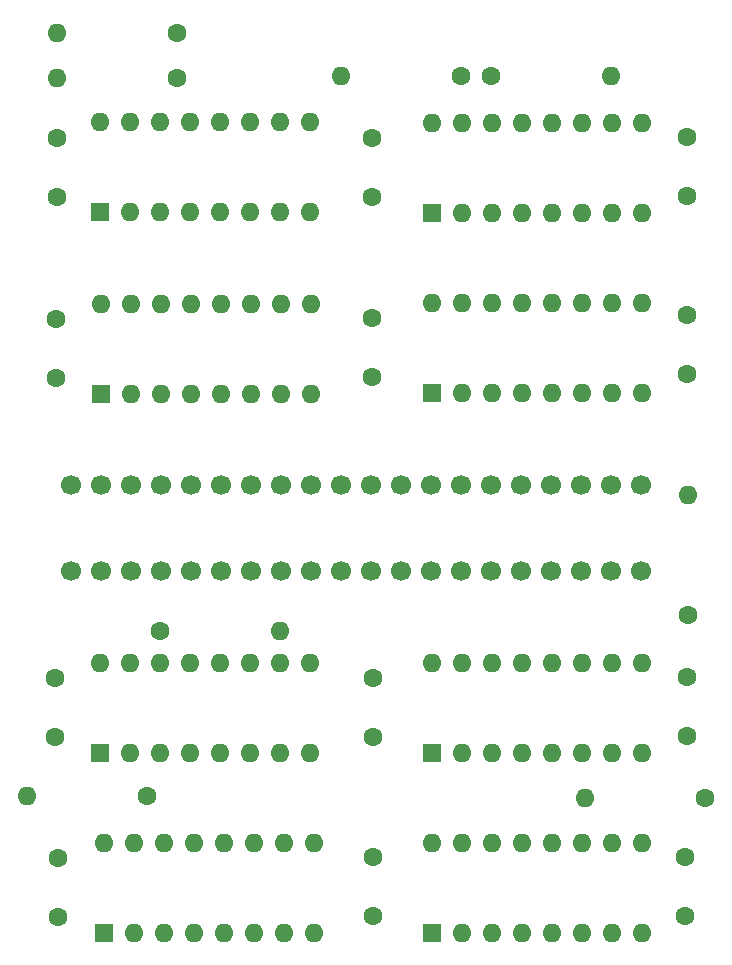
<source format=gbr>
%TF.GenerationSoftware,KiCad,Pcbnew,7.0.7*%
%TF.CreationDate,2023-11-11T16:10:04+00:00*%
%TF.ProjectId,Lynx-MK1-MEM,4c796e78-2d4d-44b3-912d-4d454d2e6b69,rev?*%
%TF.SameCoordinates,Original*%
%TF.FileFunction,Soldermask,Bot*%
%TF.FilePolarity,Negative*%
%FSLAX46Y46*%
G04 Gerber Fmt 4.6, Leading zero omitted, Abs format (unit mm)*
G04 Created by KiCad (PCBNEW 7.0.7) date 2023-11-11 16:10:04*
%MOMM*%
%LPD*%
G01*
G04 APERTURE LIST*
%ADD10R,1.600000X1.600000*%
%ADD11O,1.600000X1.600000*%
%ADD12C,1.600000*%
%ADD13C,1.700000*%
G04 APERTURE END LIST*
D10*
%TO.C,IC1*%
X83560000Y-78580000D03*
D11*
X86100000Y-78580000D03*
X88640000Y-78580000D03*
X91180000Y-78580000D03*
X93720000Y-78580000D03*
X96260000Y-78580000D03*
X98800000Y-78580000D03*
X101340000Y-78580000D03*
X101340000Y-70960000D03*
X98800000Y-70960000D03*
X96260000Y-70960000D03*
X93720000Y-70960000D03*
X91180000Y-70960000D03*
X88640000Y-70960000D03*
X86100000Y-70960000D03*
X83560000Y-70960000D03*
%TD*%
D12*
%TO.C,C6*%
X106680000Y-123023000D03*
X106680000Y-118023000D03*
%TD*%
D13*
%TO.C,PL4*%
X81090000Y-108950000D03*
X81090000Y-101650000D03*
X83630000Y-108950000D03*
X83630000Y-101650000D03*
X86170000Y-108950000D03*
X86170000Y-101650000D03*
X88710000Y-108950000D03*
X88710000Y-101650000D03*
X91250000Y-108950000D03*
X91250000Y-101650000D03*
X93790000Y-108950000D03*
X93790000Y-101650000D03*
X96330000Y-108950000D03*
X96330000Y-101650000D03*
X98870000Y-108950000D03*
X98870000Y-101650000D03*
X101410000Y-108950000D03*
X101410000Y-101650000D03*
X103950000Y-108950000D03*
X103950000Y-101650000D03*
X106490000Y-108950000D03*
X106490000Y-101650000D03*
X109030000Y-108950000D03*
X109030000Y-101650000D03*
X111570000Y-108950000D03*
X111570000Y-101650000D03*
X114110000Y-108950000D03*
X114110000Y-101650000D03*
X116650000Y-108950000D03*
X116650000Y-101650000D03*
X119190000Y-108950000D03*
X119190000Y-101650000D03*
X121730000Y-108950000D03*
X121730000Y-101650000D03*
X124270000Y-108950000D03*
X124270000Y-101650000D03*
X126810000Y-108950000D03*
X126810000Y-101650000D03*
X129350000Y-108950000D03*
X129350000Y-101650000D03*
%TD*%
D12*
%TO.C,C7*%
X106553000Y-92543000D03*
X106553000Y-87543000D03*
%TD*%
%TO.C,C1*%
X80010000Y-138263000D03*
X80010000Y-133263000D03*
%TD*%
D10*
%TO.C,IC2*%
X111668425Y-78613000D03*
D11*
X114208425Y-78613000D03*
X116748425Y-78613000D03*
X119288425Y-78613000D03*
X121828425Y-78613000D03*
X124368425Y-78613000D03*
X126908425Y-78613000D03*
X129448425Y-78613000D03*
X129448425Y-70993000D03*
X126908425Y-70993000D03*
X124368425Y-70993000D03*
X121828425Y-70993000D03*
X119288425Y-70993000D03*
X116748425Y-70993000D03*
X114208425Y-70993000D03*
X111668425Y-70993000D03*
%TD*%
D12*
%TO.C,R6*%
X88650000Y-114050000D03*
D11*
X98810000Y-114050000D03*
%TD*%
D12*
%TO.C,C9*%
X133096000Y-133136000D03*
X133096000Y-138136000D03*
%TD*%
%TO.C,R8*%
X134767000Y-128143000D03*
D11*
X124607000Y-128143000D03*
%TD*%
D12*
%TO.C,C11*%
X133223000Y-87289000D03*
X133223000Y-92289000D03*
%TD*%
D10*
%TO.C,IC5*%
X83566000Y-124333000D03*
D11*
X86106000Y-124333000D03*
X88646000Y-124333000D03*
X91186000Y-124333000D03*
X93726000Y-124333000D03*
X96266000Y-124333000D03*
X98806000Y-124333000D03*
X101346000Y-124333000D03*
X101346000Y-116713000D03*
X98806000Y-116713000D03*
X96266000Y-116713000D03*
X93726000Y-116713000D03*
X91186000Y-116713000D03*
X88646000Y-116713000D03*
X86106000Y-116713000D03*
X83566000Y-116713000D03*
%TD*%
D12*
%TO.C,C8*%
X106553000Y-77303000D03*
X106553000Y-72303000D03*
%TD*%
%TO.C,R1*%
X90063000Y-63373000D03*
D11*
X79903000Y-63373000D03*
%TD*%
D12*
%TO.C,C12*%
X133223000Y-72176000D03*
X133223000Y-77176000D03*
%TD*%
%TO.C,C4*%
X79883000Y-77303000D03*
X79883000Y-72303000D03*
%TD*%
D10*
%TO.C,IC3*%
X83667600Y-93929200D03*
D11*
X86207600Y-93929200D03*
X88747600Y-93929200D03*
X91287600Y-93929200D03*
X93827600Y-93929200D03*
X96367600Y-93929200D03*
X98907600Y-93929200D03*
X101447600Y-93929200D03*
X101447600Y-86309200D03*
X98907600Y-86309200D03*
X96367600Y-86309200D03*
X93827600Y-86309200D03*
X91287600Y-86309200D03*
X88747600Y-86309200D03*
X86207600Y-86309200D03*
X83667600Y-86309200D03*
%TD*%
D12*
%TO.C,C3*%
X79790000Y-92590000D03*
X79790000Y-87590000D03*
%TD*%
%TO.C,C5*%
X106680000Y-138136000D03*
X106680000Y-133136000D03*
%TD*%
D10*
%TO.C,IC7*%
X83855425Y-139563000D03*
D11*
X86395425Y-139563000D03*
X88935425Y-139563000D03*
X91475425Y-139563000D03*
X94015425Y-139563000D03*
X96555425Y-139563000D03*
X99095425Y-139563000D03*
X101635425Y-139563000D03*
X101635425Y-131943000D03*
X99095425Y-131943000D03*
X96555425Y-131943000D03*
X94015425Y-131943000D03*
X91475425Y-131943000D03*
X88935425Y-131943000D03*
X86395425Y-131943000D03*
X83855425Y-131943000D03*
%TD*%
D10*
%TO.C,IC6*%
X111633000Y-124323000D03*
D11*
X114173000Y-124323000D03*
X116713000Y-124323000D03*
X119253000Y-124323000D03*
X121793000Y-124323000D03*
X124333000Y-124323000D03*
X126873000Y-124323000D03*
X129413000Y-124323000D03*
X129413000Y-116703000D03*
X126873000Y-116703000D03*
X124333000Y-116703000D03*
X121793000Y-116703000D03*
X119253000Y-116703000D03*
X116713000Y-116703000D03*
X114173000Y-116703000D03*
X111633000Y-116703000D03*
%TD*%
D12*
%TO.C,R5*%
X133350000Y-112669000D03*
D11*
X133350000Y-102509000D03*
%TD*%
D12*
%TO.C,C2*%
X79770000Y-122970000D03*
X79770000Y-117970000D03*
%TD*%
D10*
%TO.C,IC4*%
X111633000Y-93853000D03*
D11*
X114173000Y-93853000D03*
X116713000Y-93853000D03*
X119253000Y-93853000D03*
X121793000Y-93853000D03*
X124333000Y-93853000D03*
X126873000Y-93853000D03*
X129413000Y-93853000D03*
X129413000Y-86233000D03*
X126873000Y-86233000D03*
X124333000Y-86233000D03*
X121793000Y-86233000D03*
X119253000Y-86233000D03*
X116713000Y-86233000D03*
X114173000Y-86233000D03*
X111633000Y-86233000D03*
%TD*%
D10*
%TO.C,IC8*%
X111668425Y-139563000D03*
D11*
X114208425Y-139563000D03*
X116748425Y-139563000D03*
X119288425Y-139563000D03*
X121828425Y-139563000D03*
X124368425Y-139563000D03*
X126908425Y-139563000D03*
X129448425Y-139563000D03*
X129448425Y-131943000D03*
X126908425Y-131943000D03*
X124368425Y-131943000D03*
X121828425Y-131943000D03*
X119288425Y-131943000D03*
X116748425Y-131943000D03*
X114208425Y-131943000D03*
X111668425Y-131943000D03*
%TD*%
D12*
%TO.C,R3*%
X114160000Y-67056000D03*
D11*
X104000000Y-67056000D03*
%TD*%
D12*
%TO.C,C10*%
X133223000Y-117896000D03*
X133223000Y-122896000D03*
%TD*%
%TO.C,R7*%
X87523000Y-128016000D03*
D11*
X77363000Y-128016000D03*
%TD*%
D12*
%TO.C,R4*%
X116693000Y-67056000D03*
D11*
X126853000Y-67056000D03*
%TD*%
D12*
%TO.C,R2*%
X90063000Y-67183000D03*
D11*
X79903000Y-67183000D03*
%TD*%
M02*

</source>
